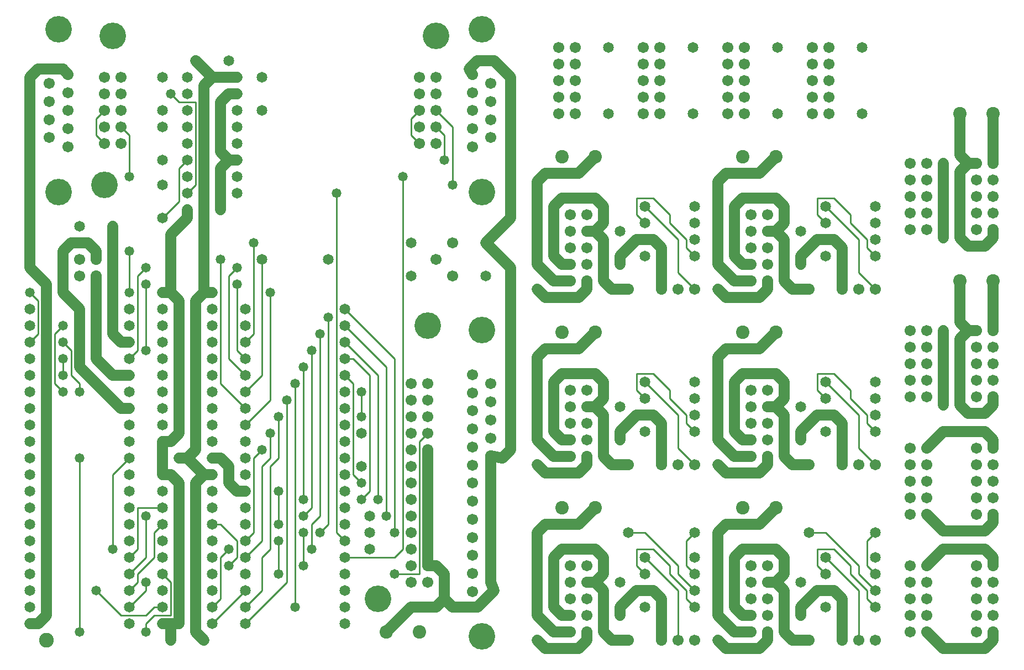
<source format=gtl>
%MOIN*%
%FSLAX25Y25*%
G04 D10 used for Character Trace; *
G04     Circle (OD=.01000) (No hole)*
G04 D11 used for Power Trace; *
G04     Circle (OD=.06500) (No hole)*
G04 D12 used for Signal Trace; *
G04     Circle (OD=.01100) (No hole)*
G04 D13 used for Via; *
G04     Circle (OD=.05800) (Round. Hole ID=.02800)*
G04 D14 used for Component hole; *
G04     Circle (OD=.06500) (Round. Hole ID=.03500)*
G04 D15 used for Component hole; *
G04     Circle (OD=.06700) (Round. Hole ID=.04300)*
G04 D16 used for Component hole; *
G04     Circle (OD=.08100) (Round. Hole ID=.05100)*
G04 D17 used for Component hole; *
G04     Circle (OD=.08900) (Round. Hole ID=.05900)*
G04 D18 used for Component hole; *
G04     Circle (OD=.11300) (Round. Hole ID=.08300)*
G04 D19 used for Component hole; *
G04     Circle (OD=.16000) (Round. Hole ID=.13000)*
G04 D20 used for Component hole; *
G04     Circle (OD=.18300) (Round. Hole ID=.15300)*
G04 D21 used for Component hole; *
G04     Circle (OD=.22291) (Round. Hole ID=.19291)*
%ADD10C,.01000*%
%ADD11C,.06500*%
%ADD12C,.01100*%
%ADD13C,.05800*%
%ADD14C,.06500*%
%ADD15C,.06700*%
%ADD16C,.08100*%
%ADD17C,.08900*%
%ADD18C,.11300*%
%ADD19C,.16000*%
%ADD20C,.18300*%
%ADD21C,.22291*%
%IPPOS*%
%LPD*%
G90*X0Y0D02*D11*X10000Y20000D02*X15000D01*D14*    
X10000D03*D11*X15000D02*X20000Y25000D01*Y80000D01*
D13*D03*D11*Y225000D01*X10000Y235000D01*          
Y260000D01*D13*D03*D11*Y350000D01*                
X15000Y355000D01*X30000D01*X33100Y351800D01*D15*  
D03*Y340900D03*X21800Y335400D03*Y346300D03*       
X55000Y330000D03*D12*X50000Y325000D01*Y315000D01* 
X55000Y310000D01*D15*D03*X65000Y320000D03*D12*    
X70000Y315000D01*Y290000D01*D13*D03*D19*          
X55000Y285000D03*D14*X90000D03*D15*               
X65000Y310000D03*D14*X90000Y300000D03*Y265000D03* 
D12*X100000Y275000D01*Y295000D01*                 
X105000Y300000D01*D14*D03*Y310000D03*Y290000D03*  
D12*Y280000D02*X110000Y285000D01*D14*             
X105000Y280000D03*D12*X110000Y285000D02*          
Y335000D01*X100000D01*X95000Y340000D01*D13*D03*   
D14*X105000Y330000D03*Y350000D03*X90000Y330000D03*
X105000Y340000D03*X90000Y350000D03*               
X110000Y360000D03*D11*X120000Y350000D01*          
X115000Y345000D01*Y255000D01*D13*D03*D11*         
Y230000D01*D14*D03*D11*Y220000D01*                
X110000Y215000D01*Y125000D01*X105000Y120000D01*   
X115000Y110000D01*X110000Y105000D01*Y15000D01*    
X115000Y10000D01*D14*D03*X120000Y20000D03*D12*    
X140000Y40000D01*D14*D03*D12*Y30000D02*           
X150000Y40000D01*D14*X140000Y30000D03*D12*        
X150000Y40000D02*Y60000D01*X155000Y65000D01*      
Y115000D01*X160000Y120000D01*Y145000D01*D13*D03*  
X165000Y155000D03*D12*Y45000D01*X140000Y20000D01* 
D14*D03*D12*X120000Y30000D02*X125000Y35000D01*D14*
X120000Y30000D03*D12*X125000Y35000D02*Y60000D01*  
X130000Y65000D01*D13*D03*D12*Y55000D02*           
X135000Y60000D01*D13*X130000Y55000D03*D12*        
X135000Y60000D02*Y70000D01*X125000Y80000D01*      
X120000D01*D14*D03*Y90000D03*Y70000D03*           
X140000Y60000D03*D12*X150000Y70000D01*Y115000D01* 
X155000Y120000D01*Y135000D01*D13*D03*             
X150000Y125000D03*D12*X145000Y120000D01*Y75000D01*
X140000Y70000D01*D14*D03*Y80000D03*D13*           
X160000Y50000D03*D12*Y70000D01*D13*D03*Y80000D03* 
D12*Y100000D01*D13*D03*X175000Y85000D03*D12*      
X180000Y90000D01*Y185000D01*D13*D03*              
X185000Y195000D03*D12*Y85000D01*X180000Y80000D01* 
Y65000D01*D13*D03*X185000Y75000D03*D12*           
X190000Y80000D01*Y205000D01*D13*D03*D14*          
X200000Y200000D03*D12*X225000Y175000D01*Y85000D01*
D13*D03*D14*X215000Y75000D03*Y85000D03*D13*       
X220000Y95000D03*D12*Y170000D01*X200000Y190000D01*
D14*D03*Y180000D03*D12*X205000D01*                
X215000Y170000D01*Y100000D01*X210000Y95000D01*D13*
D03*D14*X200000Y100000D03*D13*X210000Y105000D03*  
D12*X205000Y110000D01*Y165000D01*                 
X200000Y170000D01*D14*D03*D13*X210000Y160000D03*  
D12*Y145000D01*D13*D03*D14*X200000Y150000D03*     
X210000Y135000D03*X200000Y140000D03*Y130000D03*   
Y160000D03*Y120000D03*D15*X240000Y115000D03*      
Y125000D03*Y135000D03*Y145000D03*D14*             
X210000Y115000D03*D15*X240000Y155000D03*          
Y165000D03*D13*X175000Y175000D03*D12*Y95000D01*   
D13*D03*D12*X200000Y70000D02*X195000Y75000D01*D14*
X200000Y70000D03*D12*X195000Y75000D02*Y280000D01* 
D13*D03*D14*X190000Y240000D03*D13*                
X235000Y290000D03*D12*Y65000D01*X230000Y60000D01* 
X200000D01*D14*D03*Y50000D03*X215000Y65000D03*    
X200000Y80000D03*Y40000D03*D13*X175000Y75000D03*  
D12*Y55000D01*D13*D03*D14*X200000Y30000D03*D13*   
X170000D03*D12*Y165000D01*D13*D03*D12*            
X140000Y140000D02*X155000Y155000D01*D14*          
X140000Y140000D03*Y150000D03*D12*                 
X125000Y165000D01*Y240000D01*D13*D03*             
X135000Y235000D03*D12*X130000Y230000D01*          
Y180000D01*X140000Y170000D01*D14*D03*D12*         
Y160000D02*X150000Y170000D01*D14*                 
X140000Y160000D03*D12*X150000Y170000D02*          
Y240000D01*D14*D03*D13*X145000Y250000D03*D12*     
Y195000D01*X140000Y190000D01*D14*D03*D12*         
Y180000D02*X135000Y185000D01*D14*                 
X140000Y180000D03*D12*X135000Y185000D02*          
Y225000D01*D13*D03*D14*X120000Y210000D03*         
Y220000D03*D11*X115000D01*X100000Y135000D02*      
Y215000D01*X95000Y130000D02*X100000Y135000D01*    
X90000Y130000D02*X95000D01*D14*X90000D03*D11*     
Y110000D01*D14*D03*D11*X95000D01*                 
X100000Y105000D01*Y20000D01*X95000D01*Y10000D01*  
D14*D03*D11*X90000Y20000D02*X95000D01*D14*        
X90000D03*D12*X85000Y25000D02*X95000D01*          
X80000Y20000D02*X85000Y25000D01*X80000Y15000D02*  
Y20000D01*D13*Y15000D03*D14*X70000Y20000D03*D12*  
X65000Y25000D02*X80000D01*X65000D02*              
X50000Y40000D01*D13*D03*D14*X70000Y60000D03*D12*  
X75000Y65000D01*Y90000D01*X90000D01*D14*D03*      
Y100000D03*Y80000D03*D12*X85000Y75000D01*         
Y60000D01*X75000Y50000D01*Y45000D01*              
X70000Y40000D01*D14*D03*D12*Y30000D02*            
X80000Y40000D01*D14*X70000Y30000D03*D12*          
X80000Y40000D02*Y45000D01*D13*D03*D14*            
X90000Y40000D03*X70000Y50000D03*D12*              
X80000Y60000D01*Y85000D01*D13*D03*D14*            
X70000Y90000D03*Y80000D03*Y70000D03*Y100000D03*   
X90000Y70000D03*D13*X60000Y65000D03*D12*          
Y110000D01*X70000Y120000D01*D14*D03*Y130000D03*   
Y110000D03*X90000Y140000D03*X70000D03*            
X90000Y150000D03*X100000Y120000D03*D11*X105000D01*
X115000Y110000D02*X120000D01*D14*D03*D11*         
X135000Y100000D02*X130000Y105000D01*              
X135000Y100000D02*X140000D01*D14*D03*D11*         
X130000Y105000D02*Y115000D01*X125000Y120000D01*   
X120000D01*D14*D03*Y130000D03*X140000Y110000D03*  
Y120000D03*X120000Y140000D03*Y100000D03*          
X140000Y130000D03*X120000Y150000D03*              
X140000Y90000D03*D12*X155000Y155000D02*Y220000D01*
D13*D03*D14*X140000Y210000D03*Y200000D03*         
X120000D03*Y190000D03*Y180000D03*                 
X200000Y210000D03*D12*X230000Y180000D01*Y75000D01*
D13*D03*D15*X240000Y65000D03*Y85000D03*Y75000D03* 
X250000Y55000D03*D11*X255000D01*X260000Y50000D01* 
Y35000D01*X255000Y30000D01*X240000D01*            
X225000Y15000D01*D16*D03*X245000D03*D19*          
X220000Y35000D03*D14*X200000Y20000D03*D15*        
X250000Y45000D03*X240000D03*D12*X230000Y50000D02* 
X245000D01*D13*X230000D03*D15*X240000Y55000D03*   
D12*X245000Y50000D02*Y130000D01*X250000Y135000D01*
D15*D03*Y145000D03*Y125000D03*D11*Y115000D01*D15* 
D03*D11*Y105000D01*D15*D03*D11*Y95000D01*D15*D03* 
D11*Y85000D01*D15*D03*D11*Y75000D01*D15*D03*D11*  
Y65000D01*D15*D03*D11*Y55000D01*X265000Y30000D02* 
X260000Y35000D01*X265000Y30000D02*X280000D01*     
X290000Y40000D01*X288200Y45000D01*D15*D03*D11*    
Y55900D01*D15*D03*D11*Y66800D01*D15*D03*D11*      
Y77800D01*D15*D03*D11*Y88700D01*D15*D03*D11*      
Y99600D01*D15*D03*D11*Y110400D01*D15*D03*D11*     
Y121300D01*D15*D03*D11*X295000Y120000D01*         
X300000Y125000D01*Y235000D01*X285000Y250000D01*   
D14*D03*D11*X300000Y265000D01*Y350000D01*         
X290000Y360000D01*X280000D01*X275000Y355000D01*   
X276900Y351800D01*D15*D03*Y340900D03*             
X288200Y335400D03*Y346300D03*X255000Y330000D03*   
D12*X265000Y320000D01*Y285000D01*D13*D03*         
X260000Y300000D03*D12*Y315000D01*                 
X255000Y320000D01*D15*D03*X245000Y330000D03*D12*  
X240000Y325000D01*Y315000D01*X245000Y310000D01*   
D15*D03*X255000D03*X245000Y320000D03*             
X255000Y340000D03*X276900Y308200D03*              
X245000Y340000D03*X276900Y319100D03*Y330000D03*   
D19*X282600Y280800D03*D15*X255000Y350000D03*      
X245000D03*X288200Y313700D03*Y324600D03*D14*      
X240000Y250000D03*D15*X265000D03*D19*             
X255000Y375000D03*X282600Y379200D03*D15*          
X255000Y240000D03*D14*X240000Y230000D03*D15*      
X265000D03*D14*X285000D03*X150000Y350000D03*      
Y330000D03*X135000Y350000D03*D11*X120000D01*      
X125000Y335000D02*X130000Y340000D01*              
X125000Y305000D02*Y335000D01*X130000Y300000D02*   
X125000Y305000D01*Y295000D02*X130000Y300000D01*   
X125000Y270000D02*Y295000D01*D13*Y270000D03*D14*  
X135000Y280000D03*Y290000D03*D13*                 
X105000Y270000D03*D11*Y265000D01*X95000Y255000D01*
Y230000D01*D14*D03*D11*Y220000D01*                
X100000Y215000D01*X90000Y220000D02*X95000D01*D14* 
X90000D03*D13*X80000Y225000D03*D12*Y185000D01*D13*
D03*D12*X70000Y180000D02*X75000Y185000D01*D14*    
X70000Y180000D03*D12*X75000Y185000D02*Y230000D01* 
X80000Y235000D01*D13*D03*X70000Y245000D03*D12*    
Y220000D01*D13*D03*D15*X60000Y230000D03*D11*      
Y195000D01*X65000Y190000D01*X70000D01*D14*D03*    
Y200000D03*X90000Y170000D03*Y210000D03*Y180000D03*
D11*X60000Y170000D02*X70000D01*D14*D03*D11*       
X60000D02*X50000Y180000D01*Y230000D01*D15*D03*    
X60000Y240000D03*D11*Y230000D01*D15*              
X50000Y240000D03*D11*Y245000D01*X45000Y250000D01* 
X35000D01*X30000Y245000D01*Y220000D01*            
X40000Y210000D01*Y175000D01*X65000Y150000D01*     
X70000D01*D14*D03*Y160000D03*X90000D03*D13*       
X40000Y120000D03*D12*Y15000D01*D13*D03*D17*       
X20000Y10000D03*D14*X10000Y40000D03*Y30000D03*    
Y50000D03*D12*X80000Y25000D02*X85000Y30000D01*    
X90000D01*D14*D03*D12*X95000Y25000D02*Y45000D01*  
X90000Y50000D01*D14*D03*Y60000D03*                
X120000Y40000D03*Y50000D03*Y60000D03*             
X140000Y50000D03*X10000Y130000D03*Y120000D03*     
Y110000D03*Y100000D03*Y90000D03*Y80000D03*        
Y70000D03*Y60000D03*Y140000D03*Y150000D03*        
X120000Y160000D03*X200000Y90000D03*D13*           
X40000Y160000D03*D12*Y165000D01*X35000Y170000D01* 
Y185000D01*X30000Y190000D01*D13*D03*D12*          
X25000Y165000D02*Y195000D01*X30000Y160000D02*     
X25000Y165000D01*D13*X30000Y160000D03*Y170000D03* 
D12*Y180000D01*D13*D03*D12*X10000Y190000D02*      
X15000Y195000D01*D14*X10000Y190000D03*D12*        
X15000Y195000D02*Y215000D01*X10000Y220000D01*D13* 
D03*D14*Y210000D03*D13*X30000Y200000D03*D12*      
X25000Y195000D01*D14*X10000Y180000D03*Y200000D03* 
Y170000D03*D15*X40000Y230000D03*D14*              
X10000Y160000D03*D11*X60000Y240000D02*Y260000D01* 
D14*D03*D15*X40000Y240000D03*D14*Y260000D03*D19*  
X27400Y280800D03*D14*X70000Y210000D03*D15*        
X33100Y308200D03*X21800Y313700D03*D14*            
X105000Y320000D03*X90000D03*D15*X55000D03*        
X33100Y319100D03*D14*X90000Y200000D03*D15*        
X21800Y324600D03*X65000Y330000D03*X33100D03*D14*  
X90000Y190000D03*D11*X130000Y300000D02*X135000D01*
D14*D03*Y310000D03*Y320000D03*Y330000D03*         
Y340000D03*D11*X130000D01*D14*Y360000D03*D15*     
X65000Y350000D03*Y340000D03*D19*X60000Y375000D03* 
D15*X55000Y350000D03*Y340000D03*D19*              
X27400Y379200D03*X250000Y200000D03*               
X282600Y197600D03*D14*X120000Y170000D03*D15*      
X276900Y170400D03*X250000Y165000D03*X288200D03*   
X276900Y159600D03*X250000Y155000D03*              
X288200Y154100D03*X276900Y148700D03*              
X288200Y143200D03*X276900Y137800D03*              
X288200Y132200D03*X276900Y126800D03*Y115900D03*   
D14*X200000Y110000D03*D15*X240000Y105000D03*      
X276900D03*X240000Y95000D03*X276900Y94100D03*     
Y83200D03*Y72200D03*Y61300D03*Y50400D03*Y39600D03*
D19*X282600Y12400D03*G90*X1000Y0D02*D13*          
X316000Y10000D03*D11*X321000Y5000D01*X341000D01*  
X346000Y10000D01*Y15000D01*D15*D03*               
X336000Y25000D03*D11*X331000D01*X326000Y30000D01* 
Y60000D01*X331000Y65000D01*X351000D01*            
X356000Y60000D01*Y50000D01*X351000Y45000D01*      
X356000Y40000D01*Y15000D01*X361000Y10000D01*      
X371000D01*D15*D03*D14*X366000Y25000D03*D11*      
Y30000D01*X376000Y40000D01*X381000D01*D14*D03*D11*
X386000D01*X391000Y35000D01*Y10000D01*D15*D03*    
X401000D03*D12*Y40000D01*X381000Y60000D01*D14*D03*
D12*X396000Y55000D02*X386000Y65000D01*            
X396000Y50000D02*Y55000D01*X406000Y40000D02*      
X396000Y50000D01*X406000Y35000D02*Y40000D01*      
X411000Y30000D02*X406000Y35000D01*D14*            
X411000Y30000D03*Y40000D03*D12*X401000Y50000D01*  
Y55000D01*X381000Y75000D01*X371000D01*D14*D03*D12*
X376000Y55000D02*Y65000D01*X381000Y50000D02*      
X376000Y55000D01*D14*X381000Y50000D03*D12*        
X376000Y65000D02*X386000D01*D14*X366000Y45000D03* 
D16*X351000Y90000D03*D11*X341000Y80000D01*        
X321000D01*X316000Y75000D01*Y25000D01*            
X326000Y15000D01*X336000D01*D15*D03*              
X346000Y25000D03*Y35000D03*X336000D03*D11*        
X346000Y45000D02*X351000D01*D15*X346000D03*       
X336000Y55000D03*X346000D03*X336000Y45000D03*D14* 
X381000Y30000D03*D16*X331000Y90000D03*D12*        
X411000Y50000D02*X406000Y55000D01*D14*            
X411000Y50000D03*D12*X406000Y55000D02*Y70000D01*  
X411000Y75000D01*D14*D03*Y60000D03*D15*Y10000D03* 
G90*X0Y0D02*D13*X425000Y10000D03*D11*             
X430000Y5000D01*X450000D01*X455000Y10000D01*      
Y15000D01*D15*D03*X445000Y25000D03*D11*X440000D01*
X435000Y30000D01*Y60000D01*X440000Y65000D01*      
X460000D01*X465000Y60000D01*Y50000D01*            
X460000Y45000D01*X465000Y40000D01*Y15000D01*      
X470000Y10000D01*X480000D01*D15*D03*D14*          
X475000Y25000D03*D11*Y30000D01*X485000Y40000D01*  
X490000D01*D14*D03*D11*X495000D01*                
X500000Y35000D01*Y10000D01*D15*D03*X510000D03*D12*
Y40000D01*X490000Y60000D01*D14*D03*D12*           
X505000Y55000D02*X495000Y65000D01*                
X505000Y50000D02*Y55000D01*X515000Y40000D02*      
X505000Y50000D01*X515000Y35000D02*Y40000D01*      
X520000Y30000D02*X515000Y35000D01*D14*            
X520000Y30000D03*Y40000D03*D12*X510000Y50000D01*  
Y55000D01*X490000Y75000D01*X480000D01*D14*D03*D12*
X485000Y55000D02*Y65000D01*X490000Y50000D02*      
X485000Y55000D01*D14*X490000Y50000D03*D12*        
X485000Y65000D02*X495000D01*D14*X475000Y45000D03* 
D16*X460000Y90000D03*D11*X450000Y80000D01*        
X430000D01*X425000Y75000D01*Y25000D01*            
X435000Y15000D01*X445000D01*D15*D03*              
X455000Y25000D03*Y35000D03*X445000D03*D11*        
X455000Y45000D02*X460000D01*D15*X455000D03*       
X445000Y55000D03*X455000D03*X445000Y45000D03*D14* 
X490000Y30000D03*D16*X440000Y90000D03*D12*        
X520000Y50000D02*X515000Y55000D01*D14*            
X520000Y50000D03*D12*X515000Y55000D02*Y70000D01*  
X520000Y75000D01*D14*D03*Y60000D03*D15*Y10000D03* 
G90*X1000Y1000D02*D13*X316000Y116000D03*D11*      
X321000Y111000D01*X341000D01*X346000Y116000D01*   
Y121000D01*D15*D03*X336000Y131000D03*D11*         
X331000D01*X326000Y136000D01*Y166000D01*          
X331000Y171000D01*X351000D01*X356000Y166000D01*   
Y156000D01*X351000Y151000D01*X356000Y146000D01*   
Y121000D01*X361000Y116000D01*X371000D01*D15*D03*  
D14*X366000Y131000D03*D11*Y136000D01*             
X376000Y146000D01*X381000D01*D14*D03*D11*         
X386000D01*X391000Y141000D01*Y116000D01*D15*D03*  
D12*X411000D02*X401000Y126000D01*D15*             
X411000Y116000D03*D12*X401000Y126000D02*          
Y146000D01*X381000Y166000D01*D14*D03*D12*         
X396000Y161000D02*X386000Y171000D01*              
X396000Y156000D02*Y161000D01*X406000Y146000D02*   
X396000Y156000D01*X406000Y141000D02*Y146000D01*   
X411000Y136000D02*X406000Y141000D01*D14*          
X411000Y136000D03*Y146000D03*D15*                 
X401000Y116000D03*D14*X411000Y156000D03*          
X381000D03*D12*X376000Y161000D01*Y171000D01*      
X386000D01*D14*X366000Y151000D03*                 
X411000Y166000D03*D16*X351000Y196000D03*D11*      
X341000Y186000D01*X321000D01*X316000Y181000D01*   
Y131000D01*X326000Y121000D01*X336000D01*D15*D03*  
X346000Y131000D03*Y141000D03*X336000D03*D11*      
X346000Y151000D02*X351000D01*D15*X346000D03*      
X336000Y161000D03*X346000D03*X336000Y151000D03*   
D14*X381000Y136000D03*D16*X331000Y196000D03*G90*  
X0Y1000D02*D13*X425000Y116000D03*D11*             
X430000Y111000D01*X450000D01*X455000Y116000D01*   
Y121000D01*D15*D03*X445000Y131000D03*D11*         
X440000D01*X435000Y136000D01*Y166000D01*          
X440000Y171000D01*X460000D01*X465000Y166000D01*   
Y156000D01*X460000Y151000D01*X465000Y146000D01*   
Y121000D01*X470000Y116000D01*X480000D01*D15*D03*  
D14*X475000Y131000D03*D11*Y136000D01*             
X485000Y146000D01*X490000D01*D14*D03*D11*         
X495000D01*X500000Y141000D01*Y116000D01*D15*D03*  
D12*X520000D02*X510000Y126000D01*D15*             
X520000Y116000D03*D12*X510000Y126000D02*          
Y146000D01*X490000Y166000D01*D14*D03*D12*         
X505000Y161000D02*X495000Y171000D01*              
X505000Y156000D02*Y161000D01*X515000Y146000D02*   
X505000Y156000D01*X515000Y141000D02*Y146000D01*   
X520000Y136000D02*X515000Y141000D01*D14*          
X520000Y136000D03*Y146000D03*D15*                 
X510000Y116000D03*D14*X520000Y156000D03*          
X490000D03*D12*X485000Y161000D01*Y171000D01*      
X495000D01*D14*X475000Y151000D03*                 
X520000Y166000D03*D16*X460000Y196000D03*D11*      
X450000Y186000D01*X430000D01*X425000Y181000D01*   
Y131000D01*X435000Y121000D01*X445000D01*D15*D03*  
X455000Y131000D03*Y141000D03*X445000D03*D11*      
X455000Y151000D02*X460000D01*D15*X455000D03*      
X445000Y161000D03*X455000D03*X445000Y151000D03*   
D14*X490000Y136000D03*D16*X440000Y196000D03*G90*  
X1000Y2000D02*D13*X316000Y222000D03*D11*          
X321000Y217000D01*X341000D01*X346000Y222000D01*   
Y227000D01*D15*D03*X336000Y237000D03*D11*         
X331000D01*X326000Y242000D01*Y272000D01*          
X331000Y277000D01*X351000D01*X356000Y272000D01*   
Y262000D01*X351000Y257000D01*X356000Y252000D01*   
Y227000D01*X361000Y222000D01*X371000D01*D15*D03*  
D14*X366000Y237000D03*D11*Y242000D01*             
X376000Y252000D01*X381000D01*D14*D03*D11*         
X386000D01*X391000Y247000D01*Y222000D01*D15*D03*  
D12*X411000D02*X401000Y232000D01*D15*             
X411000Y222000D03*D12*X401000Y232000D02*          
Y252000D01*X381000Y272000D01*D14*D03*D12*         
X396000Y267000D02*X386000Y277000D01*              
X396000Y262000D02*Y267000D01*X406000Y252000D02*   
X396000Y262000D01*X406000Y247000D02*Y252000D01*   
X411000Y242000D02*X406000Y247000D01*D14*          
X411000Y242000D03*Y252000D03*D15*                 
X401000Y222000D03*D14*X411000Y262000D03*          
X381000D03*D12*X376000Y267000D01*Y277000D01*      
X386000D01*D14*X366000Y257000D03*                 
X411000Y272000D03*D16*X351000Y302000D03*D11*      
X341000Y292000D01*X321000D01*X316000Y287000D01*   
Y237000D01*X326000Y227000D01*X336000D01*D15*D03*  
X346000Y237000D03*Y247000D03*X336000D03*D11*      
X346000Y257000D02*X351000D01*D15*X346000D03*      
X336000Y267000D03*X346000D03*X336000Y257000D03*   
D14*X381000Y242000D03*D16*X331000Y302000D03*G90*  
X0Y2000D02*D13*X425000Y222000D03*D11*             
X430000Y217000D01*X450000D01*X455000Y222000D01*   
Y227000D01*D15*D03*X445000Y237000D03*D11*         
X440000D01*X435000Y242000D01*Y272000D01*          
X440000Y277000D01*X460000D01*X465000Y272000D01*   
Y262000D01*X460000Y257000D01*X465000Y252000D01*   
Y227000D01*X470000Y222000D01*X480000D01*D15*D03*  
D14*X475000Y237000D03*D11*Y242000D01*             
X485000Y252000D01*X490000D01*D14*D03*D11*         
X495000D01*X500000Y247000D01*Y222000D01*D15*D03*  
D12*X520000D02*X510000Y232000D01*D15*             
X520000Y222000D03*D12*X510000Y232000D02*          
Y252000D01*X490000Y272000D01*D14*D03*D12*         
X505000Y267000D02*X495000Y277000D01*              
X505000Y262000D02*Y267000D01*X515000Y252000D02*   
X505000Y262000D01*X515000Y247000D02*Y252000D01*   
X520000Y242000D02*X515000Y247000D01*D14*          
X520000Y242000D03*Y252000D03*D15*                 
X510000Y222000D03*D14*X520000Y262000D03*          
X490000D03*D12*X485000Y267000D01*Y277000D01*      
X495000D01*D14*X475000Y257000D03*                 
X520000Y272000D03*D16*X460000Y302000D03*D11*      
X450000Y292000D01*X430000D01*X425000Y287000D01*   
Y237000D01*X435000Y227000D01*X445000D01*D15*D03*  
X455000Y237000D03*Y247000D03*X445000D03*D11*      
X455000Y257000D02*X460000D01*D15*X455000D03*      
X445000Y267000D03*X455000D03*X445000Y257000D03*   
D14*X490000Y242000D03*D16*X440000Y302000D03*G90*  
X1000Y0D02*D15*X541000Y15000D03*Y25000D03*        
Y35000D03*Y45000D03*Y55000D03*X551000Y15000D03*   
D11*X561000Y5000D01*X586000D01*X591000Y10000D01*  
Y15000D01*D15*D03*X581000Y25000D03*X591000D03*    
X581000Y15000D03*X591000Y35000D03*X581000D03*     
X591000Y45000D03*X581000D03*X551000Y55000D03*D11* 
X561000Y65000D01*X586000D01*X591000Y60000D01*     
Y55000D01*D15*D03*X581000D03*X551000Y45000D03*    
Y35000D03*Y25000D03*G90*X1000Y1000D02*            
X541000Y86000D03*Y96000D03*Y106000D03*Y116000D03* 
Y126000D03*X551000Y86000D03*D11*X561000Y76000D01* 
X586000D01*X591000Y81000D01*Y86000D01*D15*D03*    
X581000Y96000D03*X591000D03*X581000Y86000D03*     
X591000Y106000D03*X581000D03*X591000Y116000D03*   
X581000D03*X551000Y126000D03*D11*                 
X561000Y136000D01*X586000D01*X591000Y131000D01*   
Y126000D01*D15*D03*X581000D03*X551000Y116000D03*  
Y106000D03*Y96000D03*G90*X1000Y2000D02*           
X541000Y157000D03*Y167000D03*Y177000D03*          
Y187000D03*Y197000D03*X551000Y157000D03*          
Y167000D03*Y177000D03*Y187000D03*Y197000D03*D13*  
X561000Y152000D03*D11*Y197000D01*D13*D03*D11*     
X571000Y152000D02*Y192000D01*X576000Y147000D02*   
X571000Y152000D01*X576000Y147000D02*X586000D01*   
X591000Y152000D01*Y157000D01*D15*D03*             
X581000Y167000D03*X591000D03*X581000Y157000D03*   
X591000Y177000D03*X581000D03*X591000Y187000D03*   
X581000D03*D11*X571000Y192000D02*                 
X576000Y197000D01*X581000D01*D15*D03*D11*         
X576000D02*X571000Y202000D01*Y227000D01*D16*D03*  
X591000D03*D11*Y197000D01*D15*D03*G90*            
X1000Y3000D02*X541000Y258000D03*Y268000D03*       
Y278000D03*Y288000D03*Y298000D03*                 
X551000Y258000D03*Y268000D03*Y278000D03*          
Y288000D03*Y298000D03*D13*X561000Y253000D03*D11*  
Y298000D01*D13*D03*D11*X571000Y253000D02*         
Y293000D01*X576000Y248000D02*X571000Y253000D01*   
X576000Y248000D02*X586000D01*X591000Y253000D01*   
Y258000D01*D15*D03*X581000Y268000D03*X591000D03*  
X581000Y258000D03*X591000Y278000D03*X581000D03*   
X591000Y288000D03*X581000D03*D11*                 
X571000Y293000D02*X576000Y298000D01*X581000D01*   
D15*D03*D11*X576000D02*X571000Y303000D01*         
Y328000D01*D16*D03*X591000D03*D11*Y298000D01*D15* 
D03*G90*X4000Y3000D02*X329000Y328000D03*          
X339000Y338000D03*X329000D03*X339000Y328000D03*   
Y348000D03*X329000D03*X339000Y358000D03*          
X329000D03*D14*X359000Y328000D03*Y368000D03*D15*  
X339000D03*X329000D03*G90*X0Y3000D02*             
X380000Y328000D03*Y338000D03*Y348000D03*          
Y358000D03*Y368000D03*X390000Y328000D03*          
Y338000D03*Y348000D03*Y358000D03*Y368000D03*D14*  
X410000Y328000D03*Y368000D03*G90*X1000Y3000D02*   
D15*X431000Y328000D03*Y338000D03*Y348000D03*      
Y358000D03*Y368000D03*X441000Y328000D03*          
Y338000D03*Y348000D03*Y358000D03*Y368000D03*D14*  
X461000Y328000D03*Y368000D03*G90*X2000Y3000D02*   
D15*X482000Y328000D03*Y338000D03*Y348000D03*      
Y358000D03*Y368000D03*X492000Y328000D03*          
Y338000D03*Y348000D03*Y358000D03*Y368000D03*D14*  
X512000Y328000D03*Y368000D03*M02*                 

</source>
